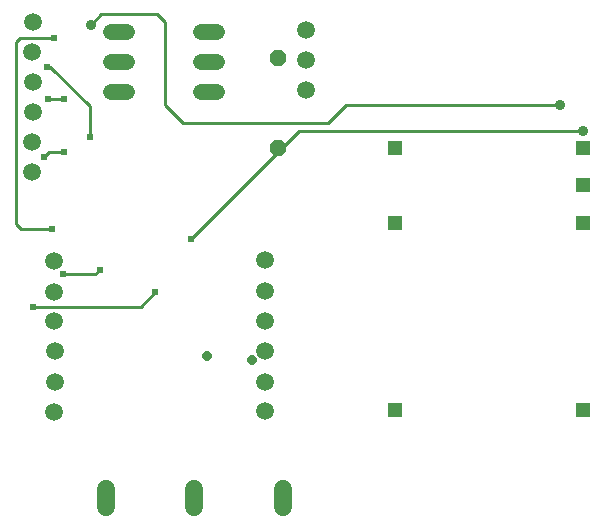
<source format=gbl>
G75*
G70*
%OFA0B0*%
%FSLAX24Y24*%
%IPPOS*%
%LPD*%
%AMOC8*
5,1,8,0,0,1.08239X$1,22.5*
%
%ADD10C,0.0520*%
%ADD11OC8,0.0560*%
%ADD12C,0.0594*%
%ADD13C,0.0591*%
%ADD14C,0.0240*%
%ADD15C,0.0100*%
%ADD16OC8,0.0317*%
%ADD17R,0.0472X0.0472*%
%ADD18C,0.0356*%
D10*
X003558Y016759D02*
X004078Y016759D01*
X004078Y017759D02*
X003558Y017759D01*
X003558Y018759D02*
X004078Y018759D01*
X006558Y018759D02*
X007078Y018759D01*
X007078Y017759D02*
X006558Y017759D01*
X006558Y016759D02*
X007078Y016759D01*
D11*
X009123Y017883D03*
X009123Y014883D03*
D12*
X003390Y003537D02*
X003390Y002943D01*
X006343Y002943D02*
X006343Y003537D01*
X009296Y003537D02*
X009296Y002943D01*
D13*
X008704Y006125D03*
X008704Y007109D03*
X008704Y008113D03*
X008704Y009117D03*
X008684Y010121D03*
X008684Y011145D03*
X010062Y016834D03*
X010062Y017834D03*
X010062Y018834D03*
X001656Y011125D03*
X001676Y010101D03*
X001676Y009117D03*
X001696Y008133D03*
X001696Y007109D03*
X001676Y006105D03*
X000921Y014085D03*
X000941Y015089D03*
X000961Y016092D03*
X000961Y017077D03*
X000941Y018100D03*
X000961Y019085D03*
D14*
X001650Y018570D03*
X001440Y017610D03*
X001470Y016530D03*
X001470Y016530D03*
X002010Y016530D03*
X002010Y016530D03*
X002850Y015270D03*
X001980Y014760D03*
X001320Y014580D03*
X001578Y012192D03*
X001950Y010680D03*
X003180Y010830D03*
X005040Y010080D03*
X006240Y011850D03*
X000960Y009600D03*
D15*
X004560Y009600D01*
X005040Y010080D01*
X006240Y011850D02*
X009840Y015450D01*
X019290Y015450D01*
X018540Y016320D02*
X011400Y016320D01*
X010800Y015720D01*
X005970Y015720D01*
X005370Y016320D01*
X005370Y019080D01*
X005100Y019350D01*
X003240Y019350D01*
X002880Y018990D01*
X001650Y018570D02*
X000540Y018570D01*
X000390Y018420D01*
X000390Y012360D01*
X000558Y012192D01*
X001578Y012192D01*
X001950Y010680D02*
X003030Y010680D01*
X003180Y010830D01*
X001320Y014580D02*
X001500Y014760D01*
X001980Y014760D01*
X002850Y015270D02*
X002850Y016290D01*
X001530Y017610D01*
X001440Y017610D01*
X001470Y016530D02*
X002010Y016530D01*
D16*
X006774Y007956D03*
X008270Y007836D03*
D17*
X013040Y006147D03*
X013040Y012397D03*
X013040Y014897D03*
X019290Y014897D03*
X019290Y013647D03*
X019290Y012397D03*
X019290Y006147D03*
D18*
X019290Y015450D03*
X018540Y016320D03*
X002880Y018990D03*
M02*

</source>
